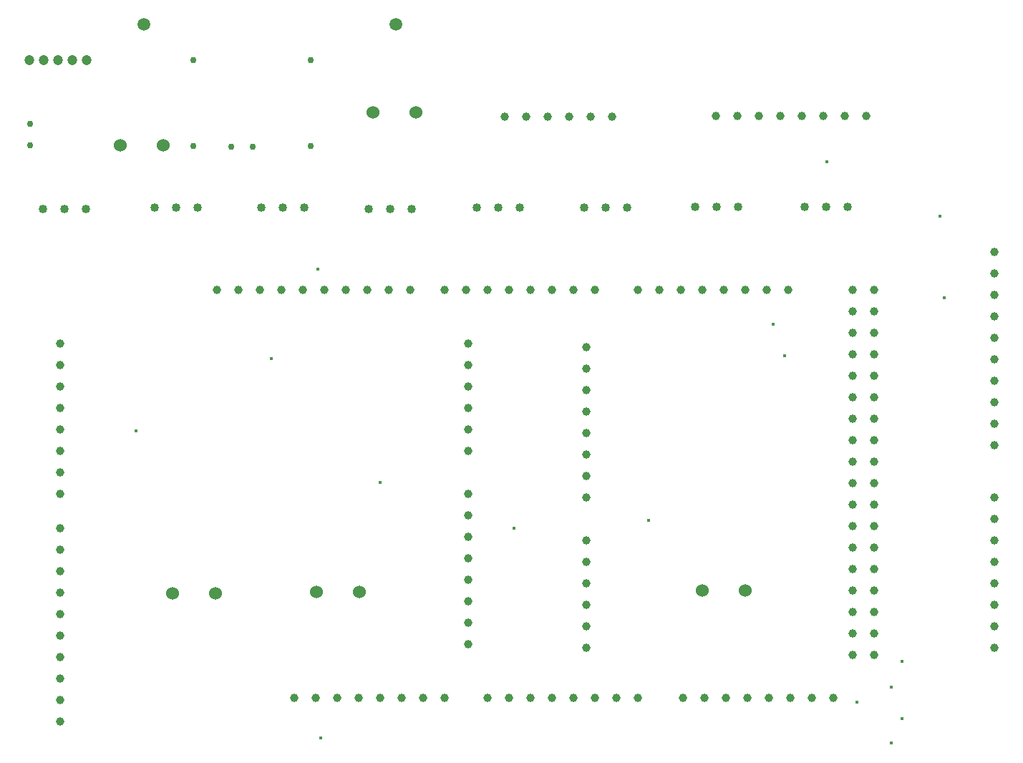
<source format=gbr>
G04 PROTEUS GERBER X2 FILE*
%TF.GenerationSoftware,Labcenter,Proteus,8.12-SP2-Build31155*%
%TF.CreationDate,2022-01-10T11:38:20+00:00*%
%TF.FileFunction,Plated,1,2,PTH*%
%TF.FilePolarity,Positive*%
%TF.Part,Single*%
%TF.SameCoordinates,{77801cfb-34c7-4bc7-9940-2a46c461fd0e}*%
%FSLAX45Y45*%
%MOMM*%
G01*
%TA.AperFunction,ViaDrill*%
%ADD53C,0.381000*%
%TA.AperFunction,ComponentDrill*%
%ADD54C,1.000000*%
%TA.AperFunction,ComponentDrill*%
%ADD55C,1.016000*%
%TA.AperFunction,ComponentDrill*%
%ADD56C,1.524000*%
%TA.AperFunction,ComponentDrill*%
%ADD57C,1.200000*%
%TA.AperFunction,ComponentDrill*%
%ADD58C,0.762000*%
%ADD59C,1.500000*%
%TD.AperFunction*%
D53*
X+5014131Y+3470811D03*
X+6347876Y+2833360D03*
X+4373720Y+1551782D03*
X+6401782Y+1866821D03*
X+4511550Y+1177674D03*
X-1010000Y+2201550D03*
X-1555333Y+1150529D03*
X+5902001Y-3114194D03*
X+5902001Y-2436861D03*
X+5364118Y-2914979D03*
X-970940Y-3343293D03*
X+5772510Y-3403057D03*
X+5772510Y-2735685D03*
X-3160000Y+290000D03*
X-274853Y-317794D03*
X+1312647Y-859411D03*
X+2900147Y-770000D03*
D54*
X+5318000Y+1963000D03*
X+5572000Y+1963000D03*
X+5318000Y+1709000D03*
X+5572000Y+1709000D03*
X+5318000Y+1455000D03*
X+5572000Y+1455000D03*
X+5318000Y+1201000D03*
X+5572000Y+1201000D03*
X+5318000Y+947000D03*
X+5572000Y+947000D03*
X+5318000Y+693000D03*
X+5572000Y+693000D03*
X+5318000Y+439000D03*
X+5572000Y+439000D03*
X+5318000Y+185000D03*
X+5572000Y+185000D03*
X+5318000Y-69000D03*
X+5572000Y-69000D03*
X+5318000Y-323000D03*
X+5572000Y-323000D03*
X+5318000Y-577000D03*
X+5572000Y-577000D03*
X+5318000Y-831000D03*
X+5572000Y-831000D03*
X+5318000Y-1085000D03*
X+5572000Y-1085000D03*
X+5318000Y-1339000D03*
X+5572000Y-1339000D03*
X+5318000Y-1593000D03*
X+5572000Y-1593000D03*
X+5318000Y-1847000D03*
X+5572000Y-1847000D03*
X+5318000Y-2101000D03*
X+5572000Y-2101000D03*
X+5318000Y-2355000D03*
X+5572000Y-2355000D03*
X+3311400Y-2863000D03*
X+3565400Y-2863000D03*
X+3819400Y-2863000D03*
X+4073400Y-2863000D03*
X+4327400Y-2863000D03*
X+4581400Y-2863000D03*
X+4835400Y-2863000D03*
X+5089400Y-2863000D03*
X+1000000Y-2863000D03*
X+1254000Y-2863000D03*
X+1508000Y-2863000D03*
X+1762000Y-2863000D03*
X+2016000Y-2863000D03*
X+2270000Y-2863000D03*
X+2524000Y-2863000D03*
X+2778000Y-2863000D03*
X-1286000Y-2863000D03*
X-1032000Y-2863000D03*
X-778000Y-2863000D03*
X-524000Y-2863000D03*
X-270000Y-2863000D03*
X-16000Y-2863000D03*
X+238000Y-2863000D03*
X+492000Y-2863000D03*
X+2778000Y+1963000D03*
X+3032000Y+1963000D03*
X+3286000Y+1963000D03*
X+3540000Y+1963000D03*
X+3794000Y+1963000D03*
X+4048000Y+1963000D03*
X+4302000Y+1963000D03*
X+4556000Y+1963000D03*
X+492000Y+1963000D03*
X+746000Y+1963000D03*
X+1000000Y+1963000D03*
X+1254000Y+1963000D03*
X+1508000Y+1963000D03*
X+1762000Y+1963000D03*
X+2016000Y+1963000D03*
X+2270000Y+1963000D03*
X-2200400Y+1963000D03*
X-1946400Y+1963000D03*
X-1692400Y+1963000D03*
X-1438400Y+1963000D03*
X-1184400Y+1963000D03*
X-930400Y+1963000D03*
X-676400Y+1963000D03*
X-422400Y+1963000D03*
X-168400Y+1963000D03*
X+85600Y+1963000D03*
X+2170000Y-2271000D03*
X+2170000Y-2017000D03*
X+2170000Y-1763000D03*
X+2170000Y-1509000D03*
X+2170000Y-1255000D03*
X+2170000Y-1001000D03*
X+2170000Y-493000D03*
X+2170000Y-239000D03*
X+2170000Y+15000D03*
X+2170000Y+269000D03*
X+2170000Y+523000D03*
X+2170000Y+777000D03*
X+2170000Y+1031000D03*
X+2170000Y+1285000D03*
X+6996000Y-2271000D03*
X+6996000Y-2017000D03*
X+6996000Y-1763000D03*
X+6996000Y-1509000D03*
X+6996000Y-1255000D03*
X+6996000Y-1001000D03*
X+6996000Y-747000D03*
X+6996000Y-493000D03*
X+6996000Y+123400D03*
X+6996000Y+377400D03*
X+6996000Y+631400D03*
X+6996000Y+885400D03*
X+6996000Y+1139400D03*
X+6996000Y+1393400D03*
X+6996000Y+1647400D03*
X+6996000Y+1901400D03*
X+6996000Y+2155400D03*
X+6996000Y+2409400D03*
X+770000Y+1321000D03*
X+770000Y+1067000D03*
X+770000Y+813000D03*
X+770000Y+559000D03*
X+770000Y+305000D03*
X+770000Y+51000D03*
X+770000Y-457000D03*
X+770000Y-711000D03*
X+770000Y-965000D03*
X+770000Y-1219000D03*
X+770000Y-1473000D03*
X+770000Y-1727000D03*
X+770000Y-1981000D03*
X+770000Y-2235000D03*
X-4056000Y+1321000D03*
X-4056000Y+1067000D03*
X-4056000Y+813000D03*
X-4056000Y+559000D03*
X-4056000Y+305000D03*
X-4056000Y+51000D03*
X-4056000Y-203000D03*
X-4056000Y-457000D03*
X-4056000Y-863400D03*
X-4056000Y-1117400D03*
X-4056000Y-1371400D03*
X-4056000Y-1625400D03*
X-4056000Y-1879400D03*
X-4056000Y-2133400D03*
X-4056000Y-2387400D03*
X-4056000Y-2641400D03*
X-4056000Y-2895400D03*
X-4056000Y-3149400D03*
X+1204000Y+4010000D03*
X+1458000Y+4010000D03*
X+1712000Y+4010000D03*
X+1966000Y+4010000D03*
X+2220000Y+4010000D03*
X+2474000Y+4010000D03*
X+3700000Y+4020000D03*
X+3954000Y+4020000D03*
X+4208000Y+4020000D03*
X+4462000Y+4020000D03*
X+4716000Y+4020000D03*
X+4970000Y+4020000D03*
X+5224000Y+4020000D03*
X+5478000Y+4020000D03*
D55*
X+4750000Y+2940000D03*
X+5004000Y+2940000D03*
X+5258000Y+2940000D03*
X+3450000Y+2940000D03*
X+3704000Y+2940000D03*
X+3958000Y+2940000D03*
X+2140000Y+2930000D03*
X+2394000Y+2930000D03*
X+2648000Y+2930000D03*
X+870000Y+2930000D03*
X+1124000Y+2930000D03*
X+1378000Y+2930000D03*
X-410000Y+2920000D03*
X-156000Y+2920000D03*
X+98000Y+2920000D03*
X-1680000Y+2930000D03*
X-1426000Y+2930000D03*
X-1172000Y+2930000D03*
X-2940000Y+2930000D03*
X-2686000Y+2930000D03*
X-2432000Y+2930000D03*
X-4258000Y+2920000D03*
X-4004000Y+2920000D03*
X-3750000Y+2920000D03*
D56*
X-1030000Y-1610000D03*
X-522000Y-1610000D03*
X-360000Y+4060000D03*
X+148000Y+4060000D03*
X-2730000Y-1630000D03*
X-2222000Y-1630000D03*
X+3540000Y-1600000D03*
X+4048000Y-1600000D03*
D57*
X-4420000Y+4680000D03*
X-4250000Y+4680000D03*
X-4080000Y+4680000D03*
X-3910000Y+4680000D03*
X-3740000Y+4680000D03*
D58*
X-4410000Y+3920000D03*
X-4410000Y+3666000D03*
D59*
X-3070000Y+5100000D03*
X-90000Y+5100000D03*
D58*
X-2030000Y+3650000D03*
X-1776000Y+3650000D03*
X-2480000Y+3664000D03*
X-2480000Y+4680000D03*
X-1090000Y+4680000D03*
X-1090000Y+3664000D03*
D56*
X-3350000Y+3670000D03*
X-2842000Y+3670000D03*
M02*

</source>
